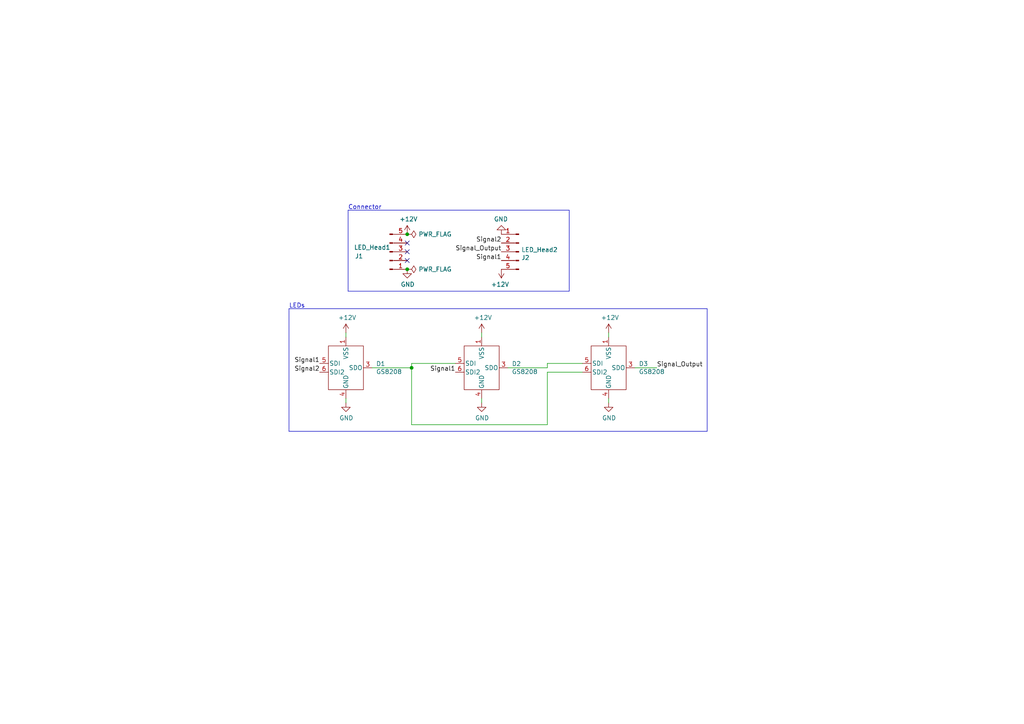
<source format=kicad_sch>
(kicad_sch (version 20230121) (generator eeschema)
  (paper "A4")
  (title_block (title "WLED:PCB_V2_LEDs") (date "2023-03-27") (rev "1.0"))
  (lib_symbols
    (symbol "Connector:Conn_01x05_Male" (pin_names (offset 1.016) hide)
      (property "Reference" "J" (at 0 7.62 0))
      (property "Value" "Conn_01x05_Male" (at 0 -7.62 0))
      (symbol "Conn_01x05_Male_1_1"
        (polyline (pts (xy 1.27 -5.08) (xy 0.8636 -5.08)) (stroke (width 0.1524)))
        (polyline (pts (xy 1.27 -2.54) (xy 0.8636 -2.54)) (stroke (width 0.1524)))
        (polyline (pts (xy 1.27 0) (xy 0.8636 0)) (stroke (width 0.1524)))
        (polyline (pts (xy 1.27 2.54) (xy 0.8636 2.54)) (stroke (width 0.1524)))
        (polyline (pts (xy 1.27 5.08) (xy 0.8636 5.08)) (stroke (width 0.1524)))
        (rectangle (start 0.8636 -4.953) (end 0 -5.207) (stroke (width 0.1524)) (fill (type outline)))
        (rectangle (start 0.8636 -2.413) (end 0 -2.667) (stroke (width 0.1524)) (fill (type outline)))
        (rectangle (start 0.8636 0.127) (end 0 -0.127) (stroke (width 0.1524)) (fill (type outline)))
        (rectangle (start 0.8636 2.667) (end 0 2.413) (stroke (width 0.1524)) (fill (type outline)))
        (rectangle (start 0.8636 5.207) (end 0 4.953) (stroke (width 0.1524)) (fill (type outline)))
        (pin passive line (at 5.08 5.08 180) (length 3.81) (name "Pin_1") (number "1"))
        (pin passive line (at 5.08 2.54 180) (length 3.81) (name "Pin_2") (number "2"))
        (pin passive line (at 5.08 0 180) (length 3.81) (name "Pin_3") (number "3"))
        (pin passive line (at 5.08 -2.54 180) (length 3.81) (name "Pin_4") (number "4"))
        (pin passive line (at 5.08 -5.08 180) (length 3.81) (name "Pin_5") (number "5"))
      )
    )
    (symbol "GS8208:GS8208" (pin_names (offset 0.254))
      (property "Reference" "D" (at 2.54 -10.16 0))
      (property "Value" "GS8208" (at 2.54 -7.62 0))
      (symbol "GS8208_0_1"
        (rectangle (start -5.08 6.35) (end 5.08 -6.35))
      )
      (symbol "GS8208_1_1"
        (pin power_in line (at 0 8.89 270) (length 2.54) (name "VSS") (number "1"))
        (pin no_connect line (at 7.62 3.81 180) (length 2.54) hide (name "NA") (number "2"))
        (pin output line (at 7.62 0 180) (length 2.54) (name "SDO") (number "3"))
        (pin power_in line (at 0 -8.89 90) (length 2.54) (name "GND") (number "4"))
        (pin input line (at -7.62 1.27 0) (length 2.54) (name "SDI") (number "5"))
        (pin input line (at -7.62 -1.27 0) (length 2.54) (name "SDI2") (number "6"))
      )
    )
    (symbol "power:+12V" (power) (pin_names (offset 0))
      (property "Value" "+12V" (at 0 3.556 0))
      (symbol "+12V_0_1"
        (polyline (pts (xy -0.762 1.27) (xy 0 2.54)))
        (polyline (pts (xy 0 0) (xy 0 2.54)))
        (polyline (pts (xy 0 2.54) (xy 0.762 1.27)))
      )
      (symbol "+12V_1_1"
        (pin power_in line (at 0 0 90) (length 0) hide (name "+12V") (number "1"))
      )
    )
    (symbol "power:GND" (power) (pin_names (offset 0))
      (property "Value" "GND" (at 0 -3.81 0))
      (symbol "GND_0_1"
        (polyline (pts (xy 0 0) (xy 0 -1.27) (xy 1.27 -1.27) (xy 0 -2.54) (xy -1.27 -1.27) (xy 0 -1.27)))
      )
      (symbol "GND_1_1"
        (pin power_in line (at 0 0 270) (length 0) hide (name "GND") (number "1"))
      )
    )
    (symbol "power:PWR_FLAG" (power) (pin_numbers hide) (pin_names (offset 0) hide)
      (property "Value" "PWR_FLAG" (at 0 3.81 0))
      (symbol "PWR_FLAG_0_0"
        (pin power_out line (at 0 0 90) (length 0) (name "pwr") (number "1"))
      )
      (symbol "PWR_FLAG_0_1"
        (polyline (pts (xy 0 0) (xy 0 1.27) (xy -1.016 1.905) (xy 0 2.54) (xy 1.016 1.905) (xy 0 1.27)))
      )
    )
  )
  (junction (at 119.38 106.68))
  (junction (at 118.11 67.945))
  (junction (at 118.11 78.105))
  (no_connect (at 118.11 70.485))
  (no_connect (at 118.11 75.565))
  (no_connect (at 118.11 73.025))
  (wire (pts (xy 119.38 106.68) (xy 119.38 105.41)))
  (wire (pts (xy 158.75 106.68) (xy 158.75 105.41)))
  (wire (pts (xy 176.53 116.84) (xy 176.53 115.57)))
  (polyline (pts (xy 83.82 125.095) (xy 205.105 125.095)))
  (wire (pts (xy 158.75 123.19) (xy 158.75 107.95)))
  (wire (pts (xy 119.38 106.68) (xy 119.38 123.19)))
  (wire (pts (xy 176.53 96.52) (xy 176.53 97.79)))
  (polyline (pts (xy 100.965 84.455) (xy 165.1 84.455)))
  (polyline (pts (xy 205.105 125.095) (xy 205.105 89.535)))
  (wire (pts (xy 119.38 123.19) (xy 158.75 123.19)))
  (wire (pts (xy 107.95 106.68) (xy 119.38 106.68)))
  (polyline (pts (xy 205.105 89.535) (xy 83.82 89.535)))
  (polyline (pts (xy 83.82 89.535) (xy 83.82 125.095)))
  (wire (pts (xy 139.7 116.84) (xy 139.7 115.57)))
  (wire (pts (xy 100.33 116.84) (xy 100.33 115.57)))
  (wire (pts (xy 158.75 107.95) (xy 168.91 107.95)))
  (wire (pts (xy 100.33 96.52) (xy 100.33 97.79)))
  (wire (pts (xy 139.7 96.52) (xy 139.7 97.79)))
  (wire (pts (xy 158.75 105.41) (xy 168.91 105.41)))
  (wire (pts (xy 190.5 106.68) (xy 184.15 106.68)))
  (polyline (pts (xy 165.1 60.96) (xy 100.965 60.96)))
  (wire (pts (xy 119.38 105.41) (xy 132.08 105.41)))
  (wire (pts (xy 147.32 106.68) (xy 158.75 106.68)))
  (polyline (pts (xy 100.965 60.96) (xy 100.965 84.455)))
  (polyline (pts (xy 165.1 84.455) (xy 165.1 60.96)))
  (text "Connector" (at 100.965 60.96 0) (effects (font (size 1.27 1.27)) (justify left bottom)))
  (text "LEDs" (at 83.82 89.535 0) (effects (font (size 1.27 1.27)) (justify left bottom)))
  (label "Signal_Output" (at 145.415 73.025 180))
  (label "Signal1" (at 92.71 105.41 180))
  (label "Signal2" (at 92.71 107.95 180))
  (label "Signal1" (at 145.415 75.565 180))
  (label "Signal_Output" (at 190.5 106.68 0))
  (label "Signal1" (at 132.08 107.95 180))
  (label "Signal2" (at 145.415 70.485 180))
  (symbol (lib_id "GS8208:GS8208") (at 100.33 106.68 0) (unit 1)
    (property "Reference" "D1" (at 109.0676 105.5116 0) (effects (justify left)))
    (property "Value" "GS8208" (at 109.0676 107.823 0) (effects (justify left)))
    (property "Footprint" "GS8208:GS8208" (effects hide))
    (property "Datasheet" "http://www.normandled.com/upload/201805/GS8208%20LED%20Datasheet.pdf" (effects hide))
  )
  (symbol (lib_id "GS8208:GS8208") (at 139.7 106.68 0) (unit 1)
    (property "Reference" "D2" (at 148.4376 105.5116 0) (effects (justify left)))
    (property "Value" "GS8208" (at 148.4376 107.823 0) (effects (justify left)))
    (property "Footprint" "GS8208:GS8208" (effects hide))
    (property "Datasheet" "http://www.normandled.com/upload/201805/GS8208%20LED%20Datasheet.pdf" (effects hide))
  )
  (symbol (lib_id "GS8208:GS8208") (at 176.53 106.68 0) (unit 1)
    (property "Reference" "D3" (at 185.2676 105.5116 0) (effects (justify left)))
    (property "Value" "GS8208" (at 185.2676 107.823 0) (effects (justify left)))
    (property "Footprint" "GS8208:GS8208" (effects hide))
    (property "Datasheet" "http://www.normandled.com/upload/201805/GS8208%20LED%20Datasheet.pdf" (effects hide))
  )
  (symbol (lib_id "Connector:Conn_01x05_Male") (at 113.03 73.025 0) (mirror x) (unit 1)
    (property "Reference" "J1" (at 104.14 74.295 0))
    (property "Value" "LED_Head1" (at 107.95 71.755 0))
    (property "Footprint" "Connector_PinHeader_2.54mm:PinHeader_1x05_P2.54mm_Vertical" (effects hide))
  )
  (symbol (lib_id "Connector:Conn_01x05_Male") (at 150.495 73.025 0) (mirror y) (unit 1)
    (property "Reference" "J2" (at 151.2062 74.7522 0) (effects (justify right)))
    (property "Value" "LED_Head2" (at 151.2062 72.4408 0) (effects (justify right)))
    (property "Footprint" "Connector_PinHeader_2.54mm:PinHeader_1x05_P2.54mm_Vertical" (effects hide))
  )
  (symbol (lib_id "power:GND") (at 118.11 78.105 0) (unit 1)
    (property "Reference" "#PWR04" (effects hide))
    (property "Value" "GND" (at 118.237 82.4992 0))
  )
  (symbol (lib_id "power:GND") (at 145.415 67.945 180) (unit 1)
    (property "Reference" "#PWR07" (effects hide))
    (property "Value" "GND" (at 145.288 63.5508 0))
  )
  (symbol (lib_id "power:GND") (at 100.33 116.84 0) (unit 1)
    (property "Reference" "#PWR02" (effects hide))
    (property "Value" "GND" (at 100.457 121.2342 0))
  )
  (symbol (lib_id "power:GND") (at 139.7 116.84 0) (unit 1)
    (property "Reference" "#PWR06" (effects hide))
    (property "Value" "GND" (at 139.827 121.2342 0))
  )
  (symbol (lib_id "power:GND") (at 176.53 116.84 0) (unit 1)
    (property "Reference" "#PWR010" (effects hide))
    (property "Value" "GND" (at 176.657 121.2342 0))
  )
  (symbol (lib_id "power:+12V") (at 118.11 67.945 0) (unit 1)
    (property "Reference" "#PWR03" (effects hide))
    (property "Value" "+12V" (at 118.491 63.5508 0))
  )
  (symbol (lib_id "power:+12V") (at 145.415 78.105 180) (unit 1)
    (property "Reference" "#PWR08" (effects hide))
    (property "Value" "+12V" (at 145.034 82.4992 0))
  )
  (symbol (lib_id "power:+12V") (at 100.33 96.52 0) (unit 1)
    (property "Reference" "#PWR01" (effects hide))
    (property "Value" "+12V" (at 100.711 92.1258 0))
  )
  (symbol (lib_id "power:+12V") (at 139.7 96.52 0) (unit 1)
    (property "Reference" "#PWR05" (effects hide))
    (property "Value" "+12V" (at 140.081 92.1258 0))
  )
  (symbol (lib_id "power:+12V") (at 176.53 96.52 0) (unit 1)
    (property "Reference" "#PWR09" (effects hide))
    (property "Value" "+12V" (at 176.911 92.1258 0))
  )
  (symbol (lib_id "power:PWR_FLAG") (at 118.11 67.945 270) (unit 1)
    (property "Reference" "#FLG0101" (effects hide))
    (property "Value" "PWR_FLAG" (at 121.3612 67.945 90) (effects (justify left)))
  )
  (symbol (lib_id "power:PWR_FLAG") (at 118.11 78.105 270) (unit 1)
    (property "Reference" "#FLG0102" (effects hide))
    (property "Value" "PWR_FLAG" (at 121.3612 78.105 90) (effects (justify left)))
  )
)
</source>
